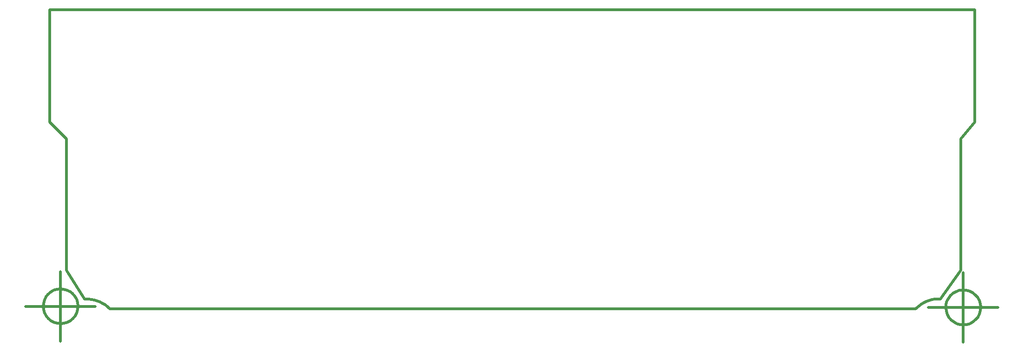
<source format=gbr>
G04 (created by PCBNEW-RS274X (2011-07-04 BZR 3037)-stable) date 8/07/2011 2:08:27 p.m.*
G01*
G70*
G90*
%MOIN*%
G04 Gerber Fmt 3.4, Leading zero omitted, Abs format*
%FSLAX34Y34*%
G04 APERTURE LIST*
%ADD10C,0.006000*%
%ADD11C,0.019700*%
G04 APERTURE END LIST*
G54D10*
G54D11*
X78691Y-33268D02*
X78667Y-33510D01*
X78596Y-33744D01*
X78482Y-33959D01*
X78327Y-34148D01*
X78139Y-34304D01*
X77925Y-34420D01*
X77692Y-34492D01*
X77449Y-34517D01*
X77207Y-34495D01*
X76973Y-34426D01*
X76757Y-34313D01*
X76567Y-34161D01*
X76410Y-33974D01*
X76293Y-33760D01*
X76219Y-33527D01*
X76192Y-33285D01*
X76212Y-33043D01*
X76279Y-32808D01*
X76391Y-32591D01*
X76542Y-32400D01*
X76728Y-32242D01*
X76941Y-32123D01*
X77173Y-32048D01*
X77415Y-32019D01*
X77658Y-32037D01*
X77893Y-32103D01*
X78110Y-32213D01*
X78303Y-32363D01*
X78462Y-32548D01*
X78582Y-32760D01*
X78659Y-32992D01*
X78690Y-33234D01*
X78691Y-33268D01*
X74941Y-33268D02*
X79941Y-33268D01*
X77441Y-30768D02*
X77441Y-35768D01*
X13927Y-33189D02*
X13903Y-33431D01*
X13832Y-33665D01*
X13718Y-33880D01*
X13563Y-34069D01*
X13375Y-34225D01*
X13161Y-34341D01*
X12928Y-34413D01*
X12685Y-34438D01*
X12443Y-34416D01*
X12209Y-34347D01*
X11993Y-34234D01*
X11803Y-34082D01*
X11646Y-33895D01*
X11529Y-33681D01*
X11455Y-33448D01*
X11428Y-33206D01*
X11448Y-32964D01*
X11515Y-32729D01*
X11627Y-32512D01*
X11778Y-32321D01*
X11964Y-32163D01*
X12177Y-32044D01*
X12409Y-31969D01*
X12651Y-31940D01*
X12894Y-31958D01*
X13129Y-32024D01*
X13346Y-32134D01*
X13539Y-32284D01*
X13698Y-32469D01*
X13818Y-32681D01*
X13895Y-32913D01*
X13926Y-33155D01*
X13927Y-33189D01*
X10177Y-33189D02*
X15177Y-33189D01*
X12677Y-30689D02*
X12677Y-35689D01*
X16167Y-33349D02*
X16013Y-33209D01*
X15848Y-33083D01*
X15672Y-32972D01*
X15487Y-32876D01*
X15295Y-32797D01*
X15096Y-32736D01*
X14893Y-32691D01*
X14687Y-32665D01*
X14480Y-32657D01*
X14397Y-32658D01*
X75802Y-32654D02*
X75595Y-32656D01*
X75387Y-32676D01*
X75183Y-32714D01*
X74982Y-32769D01*
X74787Y-32842D01*
X74599Y-32932D01*
X74419Y-33038D01*
X74250Y-33159D01*
X74092Y-33294D01*
X74017Y-33366D01*
X16181Y-33366D02*
X73986Y-33366D01*
X78248Y-11909D02*
X11909Y-11909D01*
X13091Y-30610D02*
X14390Y-32657D01*
X77264Y-30610D02*
X75807Y-32657D01*
X77264Y-21161D02*
X77264Y-30610D01*
X78248Y-19980D02*
X77264Y-21161D01*
X13091Y-21161D02*
X13091Y-30610D01*
X11909Y-19980D02*
X13091Y-21161D01*
X11909Y-11909D02*
X11909Y-19980D01*
X78248Y-11909D02*
X78248Y-19980D01*
M02*

</source>
